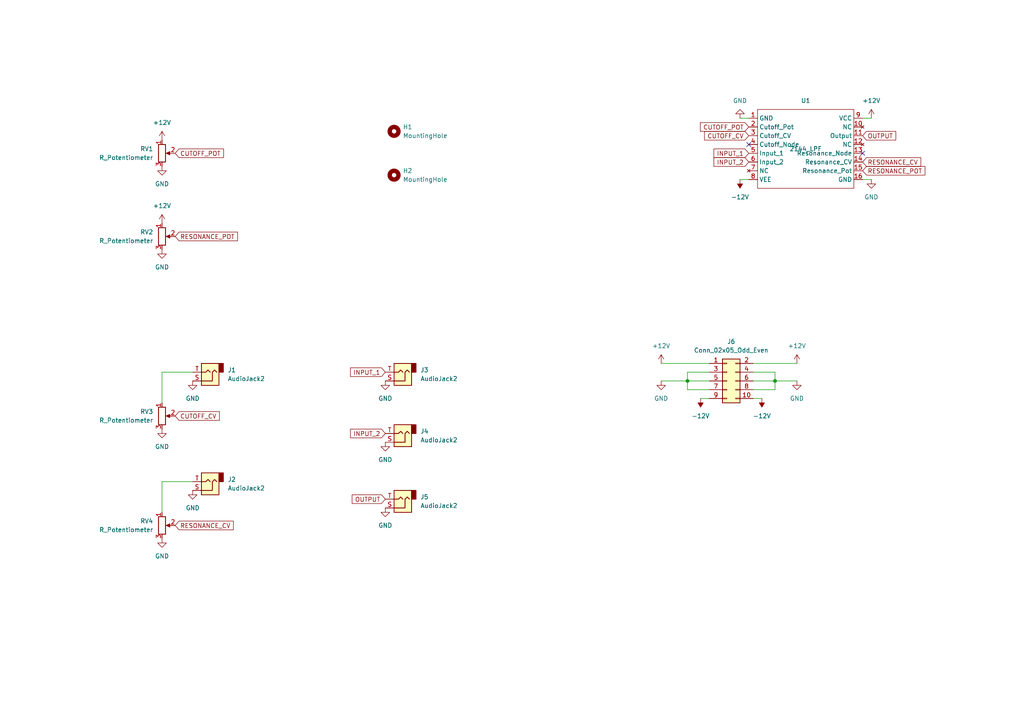
<source format=kicad_sch>
(kicad_sch (version 20230121) (generator eeschema)
  (paper "A4")
  (lib_symbols
    (symbol "Connector_Audio:AudioJack2"
      (property "Reference" "J" (at 0 8.89 0))
      (property "Value" "AudioJack2" (at 0 6.35 0))
      (symbol "AudioJack2_0_1"
        (rectangle (start -3.81 0) (end -2.54 -2.54) (stroke (width 0.254)) (fill (type outline)))
        (rectangle (start -2.54 3.81) (end 2.54 -2.54) (stroke (width 0.254)) (fill (type background)))
        (polyline (pts (xy 0 0) (xy 0.635 -0.635) (xy 1.27 0) (xy 2.54 0)) (stroke (width 0.254)))
        (polyline (pts (xy 2.54 2.54) (xy -0.635 2.54) (xy -0.635 0) (xy -1.27 -0.635) (xy -1.905 0)) (stroke (width 0.254)))
      )
      (symbol "AudioJack2_1_1"
        (pin passive line (at 5.08 2.54 180) (length 2.54) (name "~") (number "S"))
        (pin passive line (at 5.08 0 180) (length 2.54) (name "~") (number "T"))
      )
    )
    (symbol "Connector_Generic:Conn_02x05_Odd_Even" (pin_names (offset 1.016) hide)
      (property "Reference" "J" (at 1.27 7.62 0))
      (property "Value" "Conn_02x05_Odd_Even" (at 1.27 -7.62 0))
      (symbol "Conn_02x05_Odd_Even_1_1"
        (rectangle (start -1.27 -4.953) (end 0 -5.207) (stroke (width 0.1524)))
        (rectangle (start -1.27 -2.413) (end 0 -2.667) (stroke (width 0.1524)))
        (rectangle (start -1.27 0.127) (end 0 -0.127) (stroke (width 0.1524)))
        (rectangle (start -1.27 2.667) (end 0 2.413) (stroke (width 0.1524)))
        (rectangle (start -1.27 5.207) (end 0 4.953) (stroke (width 0.1524)))
        (rectangle (start -1.27 6.35) (end 3.81 -6.35) (stroke (width 0.254)) (fill (type background)))
        (rectangle (start 3.81 -4.953) (end 2.54 -5.207) (stroke (width 0.1524)))
        (rectangle (start 3.81 -2.413) (end 2.54 -2.667) (stroke (width 0.1524)))
        (rectangle (start 3.81 0.127) (end 2.54 -0.127) (stroke (width 0.1524)))
        (rectangle (start 3.81 2.667) (end 2.54 2.413) (stroke (width 0.1524)))
        (rectangle (start 3.81 5.207) (end 2.54 4.953) (stroke (width 0.1524)))
        (pin passive line (at -5.08 5.08 0) (length 3.81) (name "Pin_1") (number "1"))
        (pin passive line (at 7.62 -5.08 180) (length 3.81) (name "Pin_10") (number "10"))
        (pin passive line (at 7.62 5.08 180) (length 3.81) (name "Pin_2") (number "2"))
        (pin passive line (at -5.08 2.54 0) (length 3.81) (name "Pin_3") (number "3"))
        (pin passive line (at 7.62 2.54 180) (length 3.81) (name "Pin_4") (number "4"))
        (pin passive line (at -5.08 0 0) (length 3.81) (name "Pin_5") (number "5"))
        (pin passive line (at 7.62 0 180) (length 3.81) (name "Pin_6") (number "6"))
        (pin passive line (at -5.08 -2.54 0) (length 3.81) (name "Pin_7") (number "7"))
        (pin passive line (at 7.62 -2.54 180) (length 3.81) (name "Pin_8") (number "8"))
        (pin passive line (at -5.08 -5.08 0) (length 3.81) (name "Pin_9") (number "9"))
      )
    )
    (symbol "Dans_Eurorack_Library:Electrosmith_2144_LPF"
      (property "Reference" "U" (at 0 0 0))
      (symbol "Electrosmith_2144_LPF_0_1"
        (rectangle (start -13.97 11.43) (end 13.97 -11.43))
      )
      (symbol "Electrosmith_2144_LPF_1_1"
        (pin input line (at -16.51 8.89 0) (length 2.54) (name "GND") (number "1"))
        (pin no_connect line (at 16.51 6.35 180) (length 2.54) (name "NC") (number "10"))
        (pin output line (at 16.51 3.81 180) (length 2.54) (name "Output") (number "11"))
        (pin no_connect line (at 16.51 1.27 180) (length 2.54) (name "NC") (number "12"))
        (pin input line (at 16.51 -1.27 180) (length 2.54) (name "Resonance_Node") (number "13"))
        (pin input line (at 16.51 -3.81 180) (length 2.54) (name "Resonance_CV") (number "14"))
        (pin input line (at 16.51 -6.35 180) (length 2.54) (name "Resonance_Pot") (number "15"))
        (pin input line (at 16.51 -8.89 180) (length 2.54) (name "GND") (number "16"))
        (pin input line (at -16.51 6.35 0) (length 2.54) (name "Cutoff_Pot") (number "2"))
        (pin input line (at -16.51 3.81 0) (length 2.54) (name "Cutoff_CV") (number "3"))
        (pin input line (at -16.51 1.27 0) (length 2.54) (name "Cutoff_Node") (number "4"))
        (pin input line (at -16.51 -1.27 0) (length 2.54) (name "Input_1") (number "5"))
        (pin input line (at -16.51 -3.81 0) (length 2.54) (name "Input_2") (number "6"))
        (pin no_connect line (at -16.51 -6.35 0) (length 2.54) (name "NC") (number "7"))
        (pin input line (at -16.51 -8.89 0) (length 2.54) (name "VEE") (number "8"))
        (pin input line (at 16.51 8.89 180) (length 2.54) (name "VCC") (number "9"))
      )
    )
    (symbol "Device:R_Potentiometer" (pin_names (offset 1.016) hide)
      (property "Reference" "RV" (at -4.445 0 90))
      (property "Value" "R_Potentiometer" (at -2.54 0 90))
      (symbol "R_Potentiometer_0_1"
        (polyline (pts (xy 2.54 0) (xy 1.524 0)))
        (polyline (pts (xy 1.143 0) (xy 2.286 0.508) (xy 2.286 -0.508) (xy 1.143 0)) (fill (type outline)))
        (rectangle (start 1.016 2.54) (end -1.016 -2.54) (stroke (width 0.254)))
      )
      (symbol "R_Potentiometer_1_1"
        (pin passive line (at 0 3.81 270) (length 1.27) (name "1") (number "1"))
        (pin passive line (at 3.81 0 180) (length 1.27) (name "2") (number "2"))
        (pin passive line (at 0 -3.81 90) (length 1.27) (name "3") (number "3"))
      )
    )
    (symbol "Mechanical:MountingHole" (pin_names (offset 1.016))
      (property "Reference" "H" (at 0 5.08 0))
      (property "Value" "MountingHole" (at 0 3.175 0))
      (symbol "MountingHole_0_1"
        (circle (center 0 0) (radius 1.27) (stroke (width 1.27)))
      )
    )
    (symbol "power:+12V" (power) (pin_names (offset 0))
      (property "Value" "+12V" (at 0 3.556 0))
      (symbol "+12V_0_1"
        (polyline (pts (xy -0.762 1.27) (xy 0 2.54)))
        (polyline (pts (xy 0 0) (xy 0 2.54)))
        (polyline (pts (xy 0 2.54) (xy 0.762 1.27)))
      )
      (symbol "+12V_1_1"
        (pin power_in line (at 0 0 90) (length 0) hide (name "+12V") (number "1"))
      )
    )
    (symbol "power:-12V" (power) (pin_names (offset 0))
      (property "Value" "-12V" (at 0 3.81 0))
      (symbol "-12V_0_0"
        (pin power_in line (at 0 0 90) (length 0) hide (name "-12V") (number "1"))
      )
      (symbol "-12V_0_1"
        (polyline (pts (xy 0 0) (xy 0 1.27) (xy 0.762 1.27) (xy 0 2.54) (xy -0.762 1.27) (xy 0 1.27)) (fill (type outline)))
      )
    )
    (symbol "power:GND" (power) (pin_names (offset 0))
      (property "Value" "GND" (at 0 -3.81 0))
      (symbol "GND_0_1"
        (polyline (pts (xy 0 0) (xy 0 -1.27) (xy 1.27 -1.27) (xy 0 -2.54) (xy -1.27 -1.27) (xy 0 -1.27)))
      )
      (symbol "GND_1_1"
        (pin power_in line (at 0 0 270) (length 0) hide (name "GND") (number "1"))
      )
    )
  )
  (junction (at 224.79 110.49))
  (junction (at 199.39 110.49))
  (no_connect (at 250.19 44.45))
  (no_connect (at 217.17 41.91))
  (wire (pts (xy 205.74 107.95) (xy 199.39 107.95)))
  (wire (pts (xy 218.44 107.95) (xy 224.79 107.95)))
  (wire (pts (xy 220.98 115.57) (xy 218.44 115.57)))
  (wire (pts (xy 46.99 107.95) (xy 46.99 116.84)))
  (wire (pts (xy 199.39 110.49) (xy 205.74 110.49)))
  (wire (pts (xy 191.77 110.49) (xy 199.39 110.49)))
  (wire (pts (xy 250.19 34.29) (xy 252.73 34.29)))
  (wire (pts (xy 224.79 110.49) (xy 231.14 110.49)))
  (wire (pts (xy 203.2 115.57) (xy 205.74 115.57)))
  (wire (pts (xy 46.99 139.7) (xy 46.99 148.59)))
  (wire (pts (xy 199.39 107.95) (xy 199.39 110.49)))
  (wire (pts (xy 218.44 113.03) (xy 224.79 113.03)))
  (wire (pts (xy 214.63 52.07) (xy 217.17 52.07)))
  (wire (pts (xy 218.44 110.49) (xy 224.79 110.49)))
  (wire (pts (xy 205.74 113.03) (xy 199.39 113.03)))
  (wire (pts (xy 214.63 34.29) (xy 217.17 34.29)))
  (wire (pts (xy 252.73 52.07) (xy 250.19 52.07)))
  (wire (pts (xy 55.88 107.95) (xy 46.99 107.95)))
  (wire (pts (xy 191.77 105.41) (xy 205.74 105.41)))
  (wire (pts (xy 55.88 139.7) (xy 46.99 139.7)))
  (wire (pts (xy 199.39 113.03) (xy 199.39 110.49)))
  (wire (pts (xy 224.79 113.03) (xy 224.79 110.49)))
  (wire (pts (xy 218.44 105.41) (xy 231.14 105.41)))
  (wire (pts (xy 224.79 107.95) (xy 224.79 110.49)))
  (global_label "INPUT_2" (shape input) (at 217.17 46.99 180) (property "Intersheetrefs" "${INTERSHEET_REFS}" (effects hide)))
  (global_label "CUTOFF_CV" (shape input) (at 217.17 39.37 180) (property "Intersheetrefs" "${INTERSHEET_REFS}" (effects hide)))
  (global_label "OUTPUT" (shape input) (at 250.19 39.37 0) (property "Intersheetrefs" "${INTERSHEET_REFS}" (effects hide)))
  (global_label "INPUT_2" (shape input) (at 111.76 125.73 180) (property "Intersheetrefs" "${INTERSHEET_REFS}" (effects hide)))
  (global_label "CUTOFF_CV" (shape input) (at 50.8 120.65 0) (property "Intersheetrefs" "${INTERSHEET_REFS}" (effects hide)))
  (global_label "RESONANCE_CV" (shape input) (at 50.8 152.4 0) (property "Intersheetrefs" "${INTERSHEET_REFS}" (effects hide)))
  (global_label "RESONANCE_CV" (shape input) (at 250.19 46.99 0) (property "Intersheetrefs" "${INTERSHEET_REFS}" (effects hide)))
  (global_label "RESONANCE_POT" (shape input) (at 50.8 68.58 0) (property "Intersheetrefs" "${INTERSHEET_REFS}" (effects hide)))
  (global_label "CUTOFF_POT" (shape input) (at 217.17 36.83 180) (property "Intersheetrefs" "${INTERSHEET_REFS}" (effects hide)))
  (global_label "CUTOFF_POT" (shape input) (at 50.8 44.45 0) (property "Intersheetrefs" "${INTERSHEET_REFS}" (effects hide)))
  (global_label "OUTPUT" (shape input) (at 111.76 144.78 180) (property "Intersheetrefs" "${INTERSHEET_REFS}" (effects hide)))
  (global_label "INPUT_1" (shape input) (at 111.76 107.95 180) (property "Intersheetrefs" "${INTERSHEET_REFS}" (effects hide)))
  (global_label "RESONANCE_POT" (shape input) (at 250.19 49.53 0) (property "Intersheetrefs" "${INTERSHEET_REFS}" (effects hide)))
  (global_label "INPUT_1" (shape input) (at 217.17 44.45 180) (property "Intersheetrefs" "${INTERSHEET_REFS}" (effects hide)))
  (symbol (lib_id "Mechanical:MountingHole") (at 114.3 50.8 0) (unit 1)
    (property "Reference" "H2" (at 116.84 49.53 0) (effects (justify left)))
    (property "Value" "MountingHole" (at 116.84 52.07 0) (effects (justify left)))
    (property "Footprint" "MountingHole:MountingHole_3.2mm_M3" (effects hide))
  )
  (symbol (lib_id "power:+12V") (at 46.99 40.64 0) (unit 1)
    (property "Reference" "#PWR06" (effects hide))
    (property "Value" "+12V" (at 46.99 35.56 0))
  )
  (symbol (lib_id "power:+12V") (at 231.14 105.41 0) (unit 1)
    (property "Reference" "#PWR020" (effects hide))
    (property "Value" "+12V" (at 231.14 100.33 0))
  )
  (symbol (lib_id "power:GND") (at 111.76 128.27 0) (unit 1)
    (property "Reference" "#PWR014" (effects hide))
    (property "Value" "GND" (at 111.76 133.35 0))
  )
  (symbol (lib_id "power:-12V") (at 203.2 115.57 180) (unit 1)
    (property "Reference" "#PWR019" (effects hide))
    (property "Value" "-12V" (at 203.2 120.65 0))
  )
  (symbol (lib_id "power:GND") (at 252.73 52.07 0) (unit 1)
    (property "Reference" "#PWR01" (effects hide))
    (property "Value" "GND" (at 252.73 57.15 0))
  )
  (symbol (lib_id "Connector_Audio:AudioJack2") (at 116.84 107.95 180) (unit 1)
    (property "Reference" "J3" (at 121.92 107.315 0) (effects (justify right)))
    (property "Value" "AudioJack2" (at 121.92 109.855 0) (effects (justify right)))
    (property "Footprint" "AudioJacks:Jack_3.5mm_QingPu_WQP-PJ398SM_Vertical" (effects hide))
  )
  (symbol (lib_id "power:+12V") (at 46.99 64.77 0) (unit 1)
    (property "Reference" "#PWR07" (effects hide))
    (property "Value" "+12V" (at 46.99 59.69 0))
  )
  (symbol (lib_id "power:GND") (at 111.76 110.49 0) (unit 1)
    (property "Reference" "#PWR013" (effects hide))
    (property "Value" "GND" (at 111.76 115.57 0))
  )
  (symbol (lib_id "power:GND") (at 46.99 48.26 0) (unit 1)
    (property "Reference" "#PWR05" (effects hide))
    (property "Value" "GND" (at 46.99 53.34 0))
  )
  (symbol (lib_id "Connector_Audio:AudioJack2") (at 60.96 139.7 180) (unit 1)
    (property "Reference" "J2" (at 66.04 139.065 0) (effects (justify right)))
    (property "Value" "AudioJack2" (at 66.04 141.605 0) (effects (justify right)))
    (property "Footprint" "AudioJacks:Jack_3.5mm_QingPu_WQP-PJ398SM_Vertical" (effects hide))
  )
  (symbol (lib_id "power:GND") (at 214.63 34.29 180) (unit 1)
    (property "Reference" "#PWR04" (effects hide))
    (property "Value" "GND" (at 214.63 29.21 0))
  )
  (symbol (lib_id "Connector_Audio:AudioJack2") (at 116.84 144.78 180) (unit 1)
    (property "Reference" "J5" (at 121.92 144.145 0) (effects (justify right)))
    (property "Value" "AudioJack2" (at 121.92 146.685 0) (effects (justify right)))
    (property "Footprint" "AudioJacks:Jack_3.5mm_QingPu_WQP-PJ398SM_Vertical" (effects hide))
  )
  (symbol (lib_id "power:GND") (at 46.99 124.46 0) (unit 1)
    (property "Reference" "#PWR011" (effects hide))
    (property "Value" "GND" (at 46.99 129.54 0))
  )
  (symbol (lib_id "power:+12V") (at 252.73 34.29 0) (unit 1)
    (property "Reference" "#PWR02" (effects hide))
    (property "Value" "+12V" (at 252.73 29.21 0))
  )
  (symbol (lib_id "Device:R_Potentiometer") (at 46.99 44.45 0) (unit 1)
    (property "Reference" "RV1" (at 44.45 43.18 0) (effects (justify right)))
    (property "Value" "R_Potentiometer" (at 44.45 45.72 0) (effects (justify right)))
    (property "Footprint" "Potentiometer_THT:Potentiometer_Bourns_PTA4543_Single_Slide" (effects hide))
  )
  (symbol (lib_id "Connector_Audio:AudioJack2") (at 116.84 125.73 180) (unit 1)
    (property "Reference" "J4" (at 121.92 125.095 0) (effects (justify right)))
    (property "Value" "AudioJack2" (at 121.92 127.635 0) (effects (justify right)))
    (property "Footprint" "AudioJacks:Jack_3.5mm_QingPu_WQP-PJ398SM_Vertical" (effects hide))
  )
  (symbol (lib_id "power:-12V") (at 220.98 115.57 180) (unit 1)
    (property "Reference" "#PWR018" (effects hide))
    (property "Value" "-12V" (at 220.98 120.65 0))
  )
  (symbol (lib_id "power:GND") (at 46.99 72.39 0) (unit 1)
    (property "Reference" "#PWR08" (effects hide))
    (property "Value" "GND" (at 46.99 77.47 0))
  )
  (symbol (lib_id "power:GND") (at 111.76 147.32 0) (unit 1)
    (property "Reference" "#PWR015" (effects hide))
    (property "Value" "GND" (at 111.76 152.4 0))
  )
  (symbol (lib_id "power:-12V") (at 214.63 52.07 180) (unit 1)
    (property "Reference" "#PWR03" (effects hide))
    (property "Value" "-12V" (at 214.63 57.15 0))
  )
  (symbol (lib_id "power:GND") (at 46.99 156.21 0) (unit 1)
    (property "Reference" "#PWR010" (effects hide))
    (property "Value" "GND" (at 46.99 161.29 0))
  )
  (symbol (lib_id "Connector_Generic:Conn_02x05_Odd_Even") (at 210.82 110.49 0) (unit 1)
    (property "Reference" "J6" (at 212.09 99.06 0))
    (property "Value" "Conn_02x05_Odd_Even" (at 212.09 101.6 0))
    (property "Footprint" "Connector_IDC:IDC-Header_2x05_P2.54mm_Vertical" (effects hide))
  )
  (symbol (lib_id "Device:R_Potentiometer") (at 46.99 68.58 0) (unit 1)
    (property "Reference" "RV2" (at 44.45 67.31 0) (effects (justify right)))
    (property "Value" "R_Potentiometer" (at 44.45 69.85 0) (effects (justify right)))
    (property "Footprint" "Potentiometer_THT:Potentiometer_Bourns_PTA4543_Single_Slide" (effects hide))
  )
  (symbol (lib_id "power:GND") (at 231.14 110.49 0) (unit 1)
    (property "Reference" "#PWR016" (effects hide))
    (property "Value" "GND" (at 231.14 115.57 0))
  )
  (symbol (lib_id "Connector_Audio:AudioJack2") (at 60.96 107.95 180) (unit 1)
    (property "Reference" "J1" (at 66.04 107.315 0) (effects (justify right)))
    (property "Value" "AudioJack2" (at 66.04 109.855 0) (effects (justify right)))
    (property "Footprint" "AudioJacks:Jack_3.5mm_QingPu_WQP-PJ398SM_Vertical" (effects hide))
  )
  (symbol (lib_id "Mechanical:MountingHole") (at 114.3 38.1 0) (unit 1)
    (property "Reference" "H1" (at 116.84 36.83 0) (effects (justify left)))
    (property "Value" "MountingHole" (at 116.84 39.37 0) (effects (justify left)))
    (property "Footprint" "MountingHole:MountingHole_3.2mm_M3" (effects hide))
  )
  (symbol (lib_id "power:GND") (at 55.88 142.24 0) (unit 1)
    (property "Reference" "#PWR012" (effects hide))
    (property "Value" "GND" (at 55.88 147.32 0))
  )
  (symbol (lib_id "Device:R_Potentiometer") (at 46.99 152.4 0) (unit 1)
    (property "Reference" "RV4" (at 44.45 151.13 0) (effects (justify right)))
    (property "Value" "R_Potentiometer" (at 44.45 153.67 0) (effects (justify right)))
    (property "Footprint" "Potentiometer_THT:Potentiometer_Bourns_PTA4543_Single_Slide" (effects hide))
  )
  (symbol (lib_id "power:+12V") (at 191.77 105.41 0) (unit 1)
    (property "Reference" "#PWR021" (effects hide))
    (property "Value" "+12V" (at 191.77 100.33 0))
  )
  (symbol (lib_id "power:GND") (at 191.77 110.49 0) (unit 1)
    (property "Reference" "#PWR017" (effects hide))
    (property "Value" "GND" (at 191.77 115.57 0))
  )
  (symbol (lib_id "Dans_Eurorack_Library:Electrosmith_2144_LPF") (at 233.68 43.18 0) (unit 1)
    (property "Reference" "U1" (at 233.68 29.21 0))
    (property "Value" "2144_LPF" (at 233.68 43.18 0))
    (property "Footprint" "Dans_Eurorack:Electrosmith_2144_LPF" (effects hide))
  )
  (symbol (lib_id "Device:R_Potentiometer") (at 46.99 120.65 0) (unit 1)
    (property "Reference" "RV3" (at 44.45 119.38 0) (effects (justify right)))
    (property "Value" "R_Potentiometer" (at 44.45 121.92 0) (effects (justify right)))
    (property "Footprint" "Potentiometer_THT:Potentiometer_Bourns_PTA4543_Single_Slide" (effects hide))
  )
  (symbol (lib_id "power:GND") (at 55.88 110.49 0) (unit 1)
    (property "Reference" "#PWR09" (effects hide))
    (property "Value" "GND" (at 55.88 115.57 0))
  )
)
</source>
